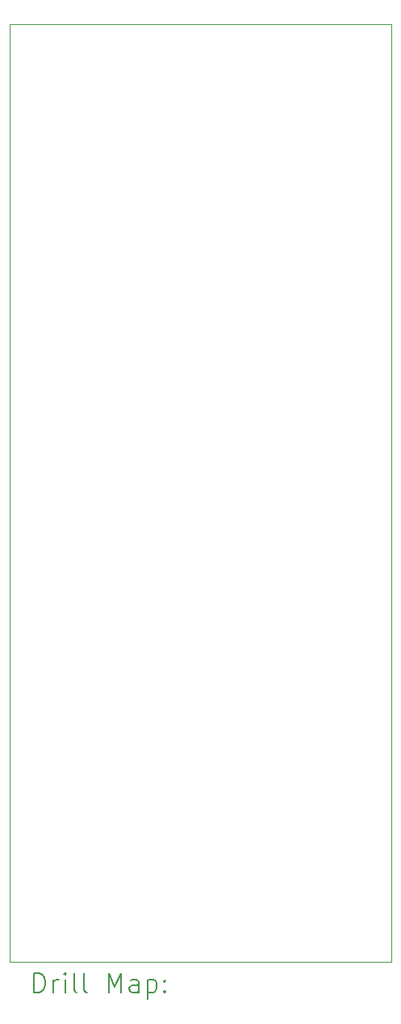
<source format=gbr>
%TF.GenerationSoftware,KiCad,Pcbnew,6.0.10+dfsg-1~bpo11+1*%
%TF.CreationDate,2023-02-09T22:21:15+08:00*%
%TF.ProjectId,MiniVerb v1.1 - Main,4d696e69-5665-4726-9220-76312e31202d,rev?*%
%TF.SameCoordinates,Original*%
%TF.FileFunction,Drillmap*%
%TF.FilePolarity,Positive*%
%FSLAX45Y45*%
G04 Gerber Fmt 4.5, Leading zero omitted, Abs format (unit mm)*
G04 Created by KiCad (PCBNEW 6.0.10+dfsg-1~bpo11+1) date 2023-02-09 22:21:15*
%MOMM*%
%LPD*%
G01*
G04 APERTURE LIST*
%ADD10C,0.100000*%
%ADD11C,0.200000*%
G04 APERTURE END LIST*
D10*
X7497500Y-14840000D02*
X11497500Y-14840000D01*
X7497500Y-5000000D02*
X7497500Y-14840000D01*
X11497500Y-14840000D02*
X11497500Y-5000000D01*
X11497500Y-5000000D02*
X7497500Y-5000000D01*
D11*
X7750119Y-15155476D02*
X7750119Y-14955476D01*
X7797738Y-14955476D01*
X7826309Y-14965000D01*
X7845357Y-14984048D01*
X7854881Y-15003095D01*
X7864405Y-15041190D01*
X7864405Y-15069762D01*
X7854881Y-15107857D01*
X7845357Y-15126905D01*
X7826309Y-15145952D01*
X7797738Y-15155476D01*
X7750119Y-15155476D01*
X7950119Y-15155476D02*
X7950119Y-15022143D01*
X7950119Y-15060238D02*
X7959643Y-15041190D01*
X7969167Y-15031667D01*
X7988214Y-15022143D01*
X8007262Y-15022143D01*
X8073928Y-15155476D02*
X8073928Y-15022143D01*
X8073928Y-14955476D02*
X8064405Y-14965000D01*
X8073928Y-14974524D01*
X8083452Y-14965000D01*
X8073928Y-14955476D01*
X8073928Y-14974524D01*
X8197738Y-15155476D02*
X8178690Y-15145952D01*
X8169167Y-15126905D01*
X8169167Y-14955476D01*
X8302500Y-15155476D02*
X8283452Y-15145952D01*
X8273928Y-15126905D01*
X8273928Y-14955476D01*
X8531071Y-15155476D02*
X8531071Y-14955476D01*
X8597738Y-15098333D01*
X8664405Y-14955476D01*
X8664405Y-15155476D01*
X8845357Y-15155476D02*
X8845357Y-15050714D01*
X8835833Y-15031667D01*
X8816786Y-15022143D01*
X8778690Y-15022143D01*
X8759643Y-15031667D01*
X8845357Y-15145952D02*
X8826310Y-15155476D01*
X8778690Y-15155476D01*
X8759643Y-15145952D01*
X8750119Y-15126905D01*
X8750119Y-15107857D01*
X8759643Y-15088809D01*
X8778690Y-15079286D01*
X8826310Y-15079286D01*
X8845357Y-15069762D01*
X8940595Y-15022143D02*
X8940595Y-15222143D01*
X8940595Y-15031667D02*
X8959643Y-15022143D01*
X8997738Y-15022143D01*
X9016786Y-15031667D01*
X9026310Y-15041190D01*
X9035833Y-15060238D01*
X9035833Y-15117381D01*
X9026310Y-15136428D01*
X9016786Y-15145952D01*
X8997738Y-15155476D01*
X8959643Y-15155476D01*
X8940595Y-15145952D01*
X9121548Y-15136428D02*
X9131071Y-15145952D01*
X9121548Y-15155476D01*
X9112024Y-15145952D01*
X9121548Y-15136428D01*
X9121548Y-15155476D01*
X9121548Y-15031667D02*
X9131071Y-15041190D01*
X9121548Y-15050714D01*
X9112024Y-15041190D01*
X9121548Y-15031667D01*
X9121548Y-15050714D01*
M02*

</source>
